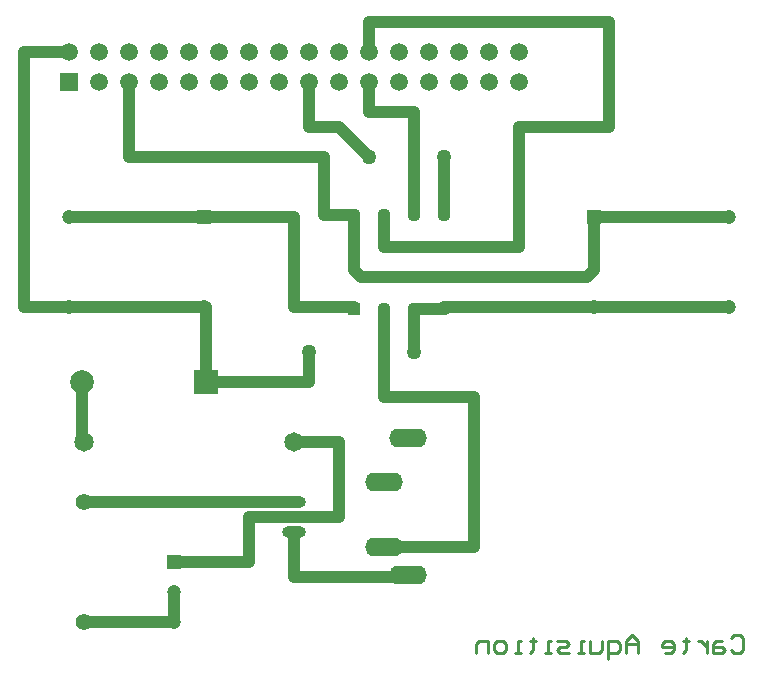
<source format=gbl>
G04*
G04 #@! TF.GenerationSoftware,Altium Limited,Altium Designer,20.0.13 (296)*
G04*
G04 Layer_Physical_Order=2*
G04 Layer_Color=16711680*
%FSLAX25Y25*%
%MOIN*%
G70*
G01*
G75*
%ADD15C,0.01000*%
%ADD33C,0.03937*%
%ADD36R,0.05906X0.05906*%
%ADD37C,0.05906*%
%ADD38R,0.07874X0.07874*%
%ADD39C,0.07874*%
%ADD40O,0.12598X0.06299*%
%ADD41O,0.07874X0.03937*%
%ADD42O,0.07874X0.03937*%
%ADD43C,0.04724*%
%ADD44R,0.04724X0.04724*%
%ADD45C,0.05512*%
%ADD46C,0.06496*%
%ADD47R,0.04449X0.04449*%
%ADD48C,0.04449*%
%ADD49C,0.05000*%
D15*
X300632Y39494D02*
X301632Y40494D01*
X303631D01*
X304631Y39494D01*
Y35495D01*
X303631Y34495D01*
X301632D01*
X300632Y35495D01*
X297633Y38494D02*
X295634D01*
X294634Y37494D01*
Y34495D01*
X297633D01*
X298633Y35495D01*
X297633Y36495D01*
X294634D01*
X292635Y38494D02*
Y34495D01*
Y36495D01*
X291635Y37494D01*
X290635Y38494D01*
X289635D01*
X285637Y39494D02*
Y38494D01*
X286636D01*
X284637D01*
X285637D01*
Y35495D01*
X284637Y34495D01*
X278639D02*
X280639D01*
X281638Y35495D01*
Y37494D01*
X280639Y38494D01*
X278639D01*
X277639Y37494D01*
Y36495D01*
X281638D01*
X269642Y34495D02*
Y38494D01*
X267643Y40494D01*
X265643Y38494D01*
Y34495D01*
Y37494D01*
X269642D01*
X259645Y32496D02*
Y38494D01*
X262644D01*
X263644Y37494D01*
Y35495D01*
X262644Y34495D01*
X259645D01*
X257646Y38494D02*
Y35495D01*
X256646Y34495D01*
X253647D01*
Y38494D01*
X251648Y34495D02*
X249648D01*
X250648D01*
Y38494D01*
X251648D01*
X246649Y34495D02*
X243650D01*
X242651Y35495D01*
X243650Y36495D01*
X245650D01*
X246649Y37494D01*
X245650Y38494D01*
X242651D01*
X240651Y34495D02*
X238652D01*
X239652D01*
Y38494D01*
X240651D01*
X234653Y39494D02*
Y38494D01*
X235653D01*
X233654D01*
X234653D01*
Y35495D01*
X233654Y34495D01*
X230655D02*
X228655D01*
X229655D01*
Y38494D01*
X230655D01*
X224657Y34495D02*
X222657D01*
X221657Y35495D01*
Y37494D01*
X222657Y38494D01*
X224657D01*
X225656Y37494D01*
Y35495D01*
X224657Y34495D01*
X219658D02*
Y38494D01*
X216659D01*
X215659Y37494D01*
Y34495D01*
D33*
X125591Y125000D02*
Y150000D01*
X195000Y135000D02*
Y149370D01*
X160000Y125000D02*
Y135000D01*
X125591Y125000D02*
X160000D01*
X84409Y105000D02*
Y125000D01*
Y105000D02*
X85000D01*
X140000Y80000D02*
X155000D01*
X140000Y65000D02*
Y80000D01*
X115000Y65000D02*
X140000D01*
X85000Y45000D02*
X115000D01*
Y55000D01*
X155000Y60000D02*
X192874D01*
X155000D02*
Y75000D01*
Y105000D02*
X170000D01*
Y80000D02*
Y105000D01*
X155000Y80000D02*
X170000D01*
X192874Y60000D02*
Y60551D01*
X85000Y85000D02*
X155000D01*
X125000Y150000D02*
X125591D01*
X185000Y120000D02*
Y149370D01*
Y120000D02*
X215000D01*
Y70000D02*
Y120000D01*
X185000Y70000D02*
X215000D01*
X160000Y210000D02*
Y225000D01*
Y210000D02*
X170000D01*
X180000Y200000D01*
X100000D02*
X165000D01*
Y180630D02*
X175000D01*
X165000D02*
Y200000D01*
X100000D02*
Y225000D01*
X205000Y180630D02*
Y200000D01*
X195000Y180630D02*
Y215000D01*
X180000D02*
X195000D01*
X180000D02*
Y225000D01*
X205000Y150000D02*
X255000D01*
X180000Y235000D02*
Y245000D01*
X260000D01*
Y210000D02*
Y245000D01*
X230000Y210000D02*
X260000D01*
X230000Y170000D02*
Y210000D01*
X185000Y170000D02*
X230000D01*
X185000D02*
Y180630D01*
X255000Y162306D02*
Y180000D01*
X252694Y160000D02*
X255000Y162306D01*
X177306Y160000D02*
X252694D01*
X175000Y162306D02*
X177306Y160000D01*
X175000Y162306D02*
Y180630D01*
X195000Y149370D02*
X205000D01*
Y150000D01*
X155000D02*
X175000D01*
Y149370D02*
Y150000D01*
X155000D02*
Y180000D01*
X125000D02*
X155000D01*
X255000D02*
X300000D01*
X255000Y150000D02*
X300000D01*
X185000Y70000D02*
Y70551D01*
X65000Y150000D02*
X80000D01*
X65000D02*
Y235000D01*
X80000D01*
Y180000D02*
X125000D01*
X80000Y150000D02*
X125000D01*
X84409Y125000D02*
X85000D01*
D36*
X80000Y225000D02*
D03*
D37*
Y235000D02*
D03*
X90000Y225000D02*
D03*
Y235000D02*
D03*
X100000Y225000D02*
D03*
Y235000D02*
D03*
X110000Y225000D02*
D03*
Y235000D02*
D03*
X120000Y225000D02*
D03*
Y235000D02*
D03*
X130000Y225000D02*
D03*
Y235000D02*
D03*
X140000Y225000D02*
D03*
Y235000D02*
D03*
X150000Y225000D02*
D03*
Y235000D02*
D03*
X160000Y225000D02*
D03*
Y235000D02*
D03*
X170000Y225000D02*
D03*
Y235000D02*
D03*
X180000Y225000D02*
D03*
Y235000D02*
D03*
X190000Y225000D02*
D03*
Y235000D02*
D03*
X200000Y225000D02*
D03*
Y235000D02*
D03*
X210000Y225000D02*
D03*
Y235000D02*
D03*
X220000Y225000D02*
D03*
Y235000D02*
D03*
X230000Y225000D02*
D03*
Y235000D02*
D03*
D38*
X125591Y125000D02*
D03*
D39*
X84409D02*
D03*
D40*
X192874Y106220D02*
D03*
X185000Y91654D02*
D03*
Y70000D02*
D03*
X192874Y60551D02*
D03*
D41*
X155000Y75000D02*
D03*
D42*
Y80000D02*
D03*
Y85000D02*
D03*
D43*
X115000Y45000D02*
D03*
Y55000D02*
D03*
X80000Y150000D02*
D03*
Y180000D02*
D03*
X125000Y150000D02*
D03*
X300000D02*
D03*
Y180000D02*
D03*
X255000Y150000D02*
D03*
D44*
X115000Y65000D02*
D03*
X125000Y180000D02*
D03*
X255000D02*
D03*
D45*
X85000Y85000D02*
D03*
Y45000D02*
D03*
D46*
Y105000D02*
D03*
X155000D02*
D03*
D47*
X175000Y149370D02*
D03*
D48*
X185000D02*
D03*
X195000D02*
D03*
X205000D02*
D03*
Y180630D02*
D03*
X195000D02*
D03*
X185000D02*
D03*
X175000D02*
D03*
D49*
X195000Y135000D02*
D03*
X160000D02*
D03*
X180000Y200000D02*
D03*
X205000D02*
D03*
M02*

</source>
